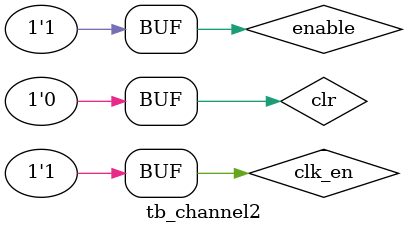
<source format=v>

`timescale 1ns/100ps

module tb_channel1();
    reg clk_en, clr, enable;
    wire [9:0] transmit_out;
    wire [8:0] data_out;
    wire valid;

    clk #(40) clock(clk_en, clk_out);
    transmit_jdl25175 transmitter(clk_out, enable, clr, transmit_out);
    receive_jdl25175 receiver(clk_out, transmit_out, valid, data_out);

    initial begin
        clk_en = 1'b1;
        clr = 1'b1;
        #15;
        clr = 1'b0;
        enable = 1'b1;
    end

endmodule


// //This module shows a bad solution with clock frequency too high creating invalid output
module tb_channel2();
    reg clk_en, clr, enable;
    wire [9:0] transmit_out;
    wire [8:0] data_out;
    wire valid;

    clk #(20) clock(clk_en, clk_out);
    transmit_jdl25175 transmitter(clk_out, enable, clr, transmit_out);
    receive_jdl25175 receiver(clk_out, transmit_out, valid, data_out);

    initial begin
        clk_en = 1'b1;
        clr = 1'b1;
        #15;
        clr = 1'b0;
        enable = 1'b1;
    end

endmodule
</source>
